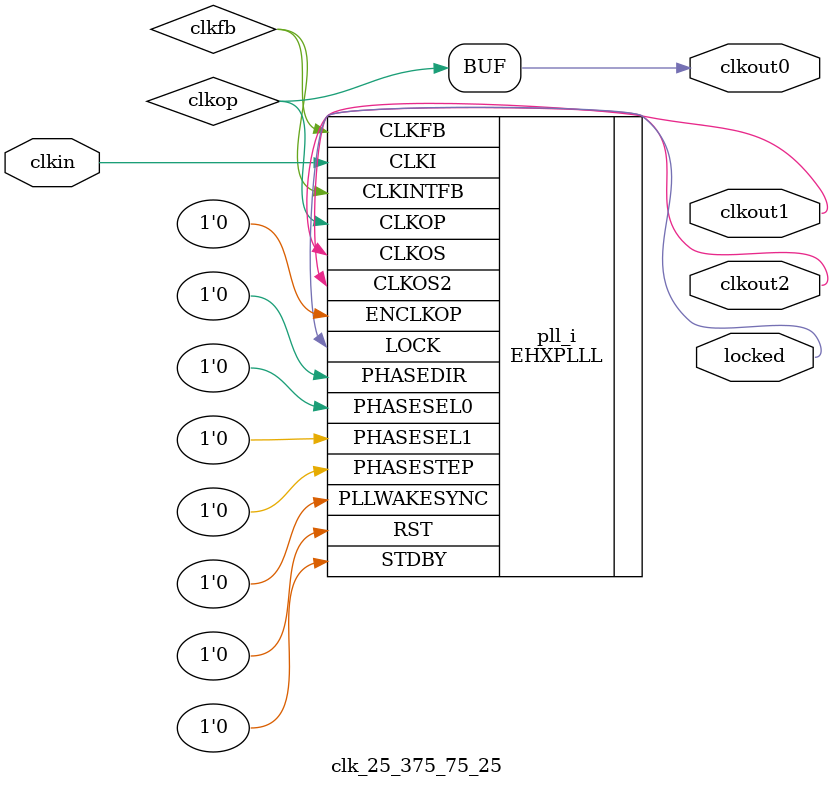
<source format=v>
module clk_25_375_75_25
(
    input clkin, // 25 MHz, 0 deg
    output clkout0, // 375 MHz, 0 deg
    output clkout1, // 75 MHz, 0 deg
    output clkout2, // 25 MHz, 0 deg
    output locked
);
wire clkfb;
wire clkos;
wire clkop;
(* ICP_CURRENT="12" *) (* LPF_RESISTOR="8" *) (* MFG_ENABLE_FILTEROPAMP="1" *) (* MFG_GMCREF_SEL="2" *)
EHXPLLL #(
        .PLLRST_ENA("DISABLED"),
        .INTFB_WAKE("DISABLED"),
        .STDBY_ENABLE("DISABLED"),
        .DPHASE_SOURCE("DISABLED"),
        .CLKOP_FPHASE(0),
        .CLKOP_CPHASE(0),
        .OUTDIVIDER_MUXA("DIVA"),
        .CLKOP_ENABLE("ENABLED"),
        .CLKOP_DIV(2),
        .CLKOS_ENABLE("ENABLED"),
        .CLKOS_DIV(10),
        .CLKOS_CPHASE(0),
        .CLKOS_FPHASE(0),
        .CLKOS2_ENABLE("ENABLED"),
        .CLKOS2_DIV(30),
        .CLKOS2_CPHASE(0),
        .CLKOS2_FPHASE(0),
        .CLKFB_DIV(15),
        .CLKI_DIV(1),
        .FEEDBK_PATH("INT_OP")
    ) pll_i (
        .CLKI(clkin),
        .CLKFB(clkfb),
        .CLKINTFB(clkfb),
        .CLKOP(clkop),
        .CLKOS(clkout1),
        .CLKOS2(clkout2),
        .RST(1'b0),
        .STDBY(1'b0),
        .PHASESEL0(1'b0),
        .PHASESEL1(1'b0),
        .PHASEDIR(1'b0),
        .PHASESTEP(1'b0),
        .PLLWAKESYNC(1'b0),
        .ENCLKOP(1'b0),
        .LOCK(locked)
	);
assign clkout0 = clkop;
endmodule

</source>
